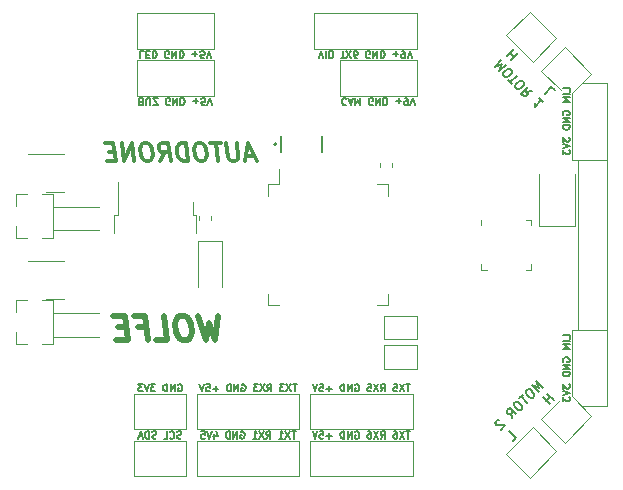
<source format=gbo>
%TF.GenerationSoftware,KiCad,Pcbnew,(5.1.6-0-10_14)*%
%TF.CreationDate,2021-11-15T11:18:40-05:00*%
%TF.ProjectId,Autodrone,4175746f-6472-46f6-9e65-2e6b69636164,rev?*%
%TF.SameCoordinates,Original*%
%TF.FileFunction,Legend,Bot*%
%TF.FilePolarity,Positive*%
%FSLAX46Y46*%
G04 Gerber Fmt 4.6, Leading zero omitted, Abs format (unit mm)*
G04 Created by KiCad (PCBNEW (5.1.6-0-10_14)) date 2021-11-15 11:18:40*
%MOMM*%
%LPD*%
G01*
G04 APERTURE LIST*
%ADD10C,0.120000*%
%ADD11C,0.150000*%
%ADD12C,0.375000*%
%ADD13C,0.500000*%
%ADD14C,0.200000*%
%ADD15C,0.127000*%
G04 APERTURE END LIST*
D10*
X123220387Y-106087797D02*
X121580000Y-104440000D01*
X118949462Y-106342355D02*
X120550000Y-104740000D01*
D11*
X121391428Y-99550000D02*
X121391428Y-99264285D01*
X120791428Y-99264285D01*
X121391428Y-99750000D02*
X120791428Y-99750000D01*
X121391428Y-100035714D02*
X120791428Y-100035714D01*
X121220000Y-100235714D01*
X120791428Y-100435714D01*
X121391428Y-100435714D01*
X120820000Y-101492857D02*
X120791428Y-101435714D01*
X120791428Y-101350000D01*
X120820000Y-101264285D01*
X120877142Y-101207142D01*
X120934285Y-101178571D01*
X121048571Y-101150000D01*
X121134285Y-101150000D01*
X121248571Y-101178571D01*
X121305714Y-101207142D01*
X121362857Y-101264285D01*
X121391428Y-101350000D01*
X121391428Y-101407142D01*
X121362857Y-101492857D01*
X121334285Y-101521428D01*
X121134285Y-101521428D01*
X121134285Y-101407142D01*
X121391428Y-101778571D02*
X120791428Y-101778571D01*
X121391428Y-102121428D01*
X120791428Y-102121428D01*
X121391428Y-102407142D02*
X120791428Y-102407142D01*
X120791428Y-102550000D01*
X120820000Y-102635714D01*
X120877142Y-102692857D01*
X120934285Y-102721428D01*
X121048571Y-102750000D01*
X121134285Y-102750000D01*
X121248571Y-102721428D01*
X121305714Y-102692857D01*
X121362857Y-102635714D01*
X121391428Y-102550000D01*
X121391428Y-102407142D01*
X120791428Y-103407142D02*
X120791428Y-103778571D01*
X121020000Y-103578571D01*
X121020000Y-103664285D01*
X121048571Y-103721428D01*
X121077142Y-103750000D01*
X121134285Y-103778571D01*
X121277142Y-103778571D01*
X121334285Y-103750000D01*
X121362857Y-103721428D01*
X121391428Y-103664285D01*
X121391428Y-103492857D01*
X121362857Y-103435714D01*
X121334285Y-103407142D01*
X120791428Y-103950000D02*
X121391428Y-104150000D01*
X120791428Y-104350000D01*
X120791428Y-104492857D02*
X120791428Y-104864285D01*
X121020000Y-104664285D01*
X121020000Y-104750000D01*
X121048571Y-104807142D01*
X121077142Y-104835714D01*
X121134285Y-104864285D01*
X121277142Y-104864285D01*
X121334285Y-104835714D01*
X121362857Y-104807142D01*
X121391428Y-104750000D01*
X121391428Y-104578571D01*
X121362857Y-104521428D01*
X121334285Y-104492857D01*
D10*
X118949462Y-76857645D02*
X120630000Y-78540000D01*
X123220387Y-77112203D02*
X121580000Y-78760000D01*
D11*
X121391428Y-78650000D02*
X121391428Y-78364285D01*
X120791428Y-78364285D01*
X121391428Y-78850000D02*
X120791428Y-78850000D01*
X121391428Y-79135714D02*
X120791428Y-79135714D01*
X121220000Y-79335714D01*
X120791428Y-79535714D01*
X121391428Y-79535714D01*
X120820000Y-80592857D02*
X120791428Y-80535714D01*
X120791428Y-80450000D01*
X120820000Y-80364285D01*
X120877142Y-80307142D01*
X120934285Y-80278571D01*
X121048571Y-80250000D01*
X121134285Y-80250000D01*
X121248571Y-80278571D01*
X121305714Y-80307142D01*
X121362857Y-80364285D01*
X121391428Y-80450000D01*
X121391428Y-80507142D01*
X121362857Y-80592857D01*
X121334285Y-80621428D01*
X121134285Y-80621428D01*
X121134285Y-80507142D01*
X121391428Y-80878571D02*
X120791428Y-80878571D01*
X121391428Y-81221428D01*
X120791428Y-81221428D01*
X121391428Y-81507142D02*
X120791428Y-81507142D01*
X120791428Y-81650000D01*
X120820000Y-81735714D01*
X120877142Y-81792857D01*
X120934285Y-81821428D01*
X121048571Y-81850000D01*
X121134285Y-81850000D01*
X121248571Y-81821428D01*
X121305714Y-81792857D01*
X121362857Y-81735714D01*
X121391428Y-81650000D01*
X121391428Y-81507142D01*
X120791428Y-82507142D02*
X120791428Y-82878571D01*
X121020000Y-82678571D01*
X121020000Y-82764285D01*
X121048571Y-82821428D01*
X121077142Y-82850000D01*
X121134285Y-82878571D01*
X121277142Y-82878571D01*
X121334285Y-82850000D01*
X121362857Y-82821428D01*
X121391428Y-82764285D01*
X121391428Y-82592857D01*
X121362857Y-82535714D01*
X121334285Y-82507142D01*
X120791428Y-83050000D02*
X121391428Y-83250000D01*
X120791428Y-83450000D01*
X120791428Y-83592857D02*
X120791428Y-83964285D01*
X121020000Y-83764285D01*
X121020000Y-83850000D01*
X121048571Y-83907142D01*
X121077142Y-83935714D01*
X121134285Y-83964285D01*
X121277142Y-83964285D01*
X121334285Y-83935714D01*
X121362857Y-83907142D01*
X121391428Y-83850000D01*
X121391428Y-83678571D01*
X121362857Y-83621428D01*
X121334285Y-83592857D01*
D10*
X124580000Y-77900000D02*
X122440000Y-77900000D01*
X121580000Y-78760000D02*
X121580000Y-84400000D01*
X124580000Y-105300000D02*
X122440000Y-105300000D01*
X121580000Y-98800000D02*
X121580000Y-104440000D01*
D12*
X94678593Y-84070000D02*
X93964308Y-84070000D01*
X94875022Y-84498571D02*
X94187522Y-82998571D01*
X93875022Y-84498571D01*
X93187522Y-82998571D02*
X93339308Y-84212857D01*
X93285736Y-84355714D01*
X93223236Y-84427142D01*
X93089308Y-84498571D01*
X92803593Y-84498571D01*
X92651808Y-84427142D01*
X92571450Y-84355714D01*
X92482165Y-84212857D01*
X92330379Y-82998571D01*
X91830379Y-82998571D02*
X90973236Y-82998571D01*
X91589308Y-84498571D02*
X91401808Y-82998571D01*
X90187522Y-82998571D02*
X89901808Y-82998571D01*
X89767879Y-83070000D01*
X89642879Y-83212857D01*
X89607165Y-83498571D01*
X89669665Y-83998571D01*
X89776808Y-84284285D01*
X89937522Y-84427142D01*
X90089308Y-84498571D01*
X90375022Y-84498571D01*
X90508950Y-84427142D01*
X90633950Y-84284285D01*
X90669665Y-83998571D01*
X90607165Y-83498571D01*
X90500022Y-83212857D01*
X90339308Y-83070000D01*
X90187522Y-82998571D01*
X89089308Y-84498571D02*
X88901808Y-82998571D01*
X88544665Y-82998571D01*
X88339308Y-83070000D01*
X88214308Y-83212857D01*
X88160736Y-83355714D01*
X88125022Y-83641428D01*
X88151808Y-83855714D01*
X88258950Y-84141428D01*
X88348236Y-84284285D01*
X88508950Y-84427142D01*
X88732165Y-84498571D01*
X89089308Y-84498571D01*
X86732165Y-84498571D02*
X87142879Y-83784285D01*
X87589308Y-84498571D02*
X87401808Y-82998571D01*
X86830379Y-82998571D01*
X86696450Y-83070000D01*
X86633950Y-83141428D01*
X86580379Y-83284285D01*
X86607165Y-83498571D01*
X86696450Y-83641428D01*
X86776808Y-83712857D01*
X86928593Y-83784285D01*
X87500022Y-83784285D01*
X85616093Y-82998571D02*
X85330379Y-82998571D01*
X85196450Y-83070000D01*
X85071450Y-83212857D01*
X85035736Y-83498571D01*
X85098236Y-83998571D01*
X85205379Y-84284285D01*
X85366093Y-84427142D01*
X85517879Y-84498571D01*
X85803593Y-84498571D01*
X85937522Y-84427142D01*
X86062522Y-84284285D01*
X86098236Y-83998571D01*
X86035736Y-83498571D01*
X85928593Y-83212857D01*
X85767879Y-83070000D01*
X85616093Y-82998571D01*
X84517879Y-84498571D02*
X84330379Y-82998571D01*
X83660736Y-84498571D01*
X83473236Y-82998571D01*
X82848236Y-83712857D02*
X82348236Y-83712857D01*
X82232165Y-84498571D02*
X82946450Y-84498571D01*
X82758950Y-82998571D01*
X82044665Y-82998571D01*
D13*
X91612410Y-97654761D02*
X91386220Y-99654761D01*
X90826696Y-98226190D01*
X90624315Y-99654761D01*
X89898125Y-97654761D01*
X88755267Y-97654761D02*
X88374315Y-97654761D01*
X88195744Y-97750000D01*
X88029077Y-97940476D01*
X87981458Y-98321428D01*
X88064791Y-98988095D01*
X88207648Y-99369047D01*
X88421934Y-99559523D01*
X88624315Y-99654761D01*
X89005267Y-99654761D01*
X89183839Y-99559523D01*
X89350505Y-99369047D01*
X89398125Y-98988095D01*
X89314791Y-98321428D01*
X89171934Y-97940476D01*
X88957648Y-97750000D01*
X88755267Y-97654761D01*
X86338601Y-99654761D02*
X87290982Y-99654761D01*
X87040982Y-97654761D01*
X84874315Y-98607142D02*
X85540982Y-98607142D01*
X85671934Y-99654761D02*
X85421934Y-97654761D01*
X84469553Y-97654761D01*
X83826696Y-98607142D02*
X83160029Y-98607142D01*
X83005267Y-99654761D02*
X83957648Y-99654761D01*
X83707648Y-97654761D01*
X82755267Y-97654761D01*
D11*
X85328571Y-75188571D02*
X85042857Y-75188571D01*
X85042857Y-75788571D01*
X85528571Y-75502857D02*
X85728571Y-75502857D01*
X85814285Y-75188571D02*
X85528571Y-75188571D01*
X85528571Y-75788571D01*
X85814285Y-75788571D01*
X86071428Y-75188571D02*
X86071428Y-75788571D01*
X86214285Y-75788571D01*
X86300000Y-75760000D01*
X86357142Y-75702857D01*
X86385714Y-75645714D01*
X86414285Y-75531428D01*
X86414285Y-75445714D01*
X86385714Y-75331428D01*
X86357142Y-75274285D01*
X86300000Y-75217142D01*
X86214285Y-75188571D01*
X86071428Y-75188571D01*
X87442857Y-75760000D02*
X87385714Y-75788571D01*
X87300000Y-75788571D01*
X87214285Y-75760000D01*
X87157142Y-75702857D01*
X87128571Y-75645714D01*
X87100000Y-75531428D01*
X87100000Y-75445714D01*
X87128571Y-75331428D01*
X87157142Y-75274285D01*
X87214285Y-75217142D01*
X87300000Y-75188571D01*
X87357142Y-75188571D01*
X87442857Y-75217142D01*
X87471428Y-75245714D01*
X87471428Y-75445714D01*
X87357142Y-75445714D01*
X87728571Y-75188571D02*
X87728571Y-75788571D01*
X88071428Y-75188571D01*
X88071428Y-75788571D01*
X88357142Y-75188571D02*
X88357142Y-75788571D01*
X88500000Y-75788571D01*
X88585714Y-75760000D01*
X88642857Y-75702857D01*
X88671428Y-75645714D01*
X88700000Y-75531428D01*
X88700000Y-75445714D01*
X88671428Y-75331428D01*
X88642857Y-75274285D01*
X88585714Y-75217142D01*
X88500000Y-75188571D01*
X88357142Y-75188571D01*
X89414285Y-75417142D02*
X89871428Y-75417142D01*
X89642857Y-75188571D02*
X89642857Y-75645714D01*
X90442857Y-75788571D02*
X90157142Y-75788571D01*
X90128571Y-75502857D01*
X90157142Y-75531428D01*
X90214285Y-75560000D01*
X90357142Y-75560000D01*
X90414285Y-75531428D01*
X90442857Y-75502857D01*
X90471428Y-75445714D01*
X90471428Y-75302857D01*
X90442857Y-75245714D01*
X90414285Y-75217142D01*
X90357142Y-75188571D01*
X90214285Y-75188571D01*
X90157142Y-75217142D01*
X90128571Y-75245714D01*
X90642857Y-75788571D02*
X90842857Y-75188571D01*
X91042857Y-75788571D01*
X85147142Y-79502857D02*
X85232857Y-79474285D01*
X85261428Y-79445714D01*
X85290000Y-79388571D01*
X85290000Y-79302857D01*
X85261428Y-79245714D01*
X85232857Y-79217142D01*
X85175714Y-79188571D01*
X84947142Y-79188571D01*
X84947142Y-79788571D01*
X85147142Y-79788571D01*
X85204285Y-79760000D01*
X85232857Y-79731428D01*
X85261428Y-79674285D01*
X85261428Y-79617142D01*
X85232857Y-79560000D01*
X85204285Y-79531428D01*
X85147142Y-79502857D01*
X84947142Y-79502857D01*
X85547142Y-79788571D02*
X85547142Y-79302857D01*
X85575714Y-79245714D01*
X85604285Y-79217142D01*
X85661428Y-79188571D01*
X85775714Y-79188571D01*
X85832857Y-79217142D01*
X85861428Y-79245714D01*
X85890000Y-79302857D01*
X85890000Y-79788571D01*
X86118571Y-79788571D02*
X86518571Y-79788571D01*
X86118571Y-79188571D01*
X86518571Y-79188571D01*
X87518571Y-79760000D02*
X87461428Y-79788571D01*
X87375714Y-79788571D01*
X87290000Y-79760000D01*
X87232857Y-79702857D01*
X87204285Y-79645714D01*
X87175714Y-79531428D01*
X87175714Y-79445714D01*
X87204285Y-79331428D01*
X87232857Y-79274285D01*
X87290000Y-79217142D01*
X87375714Y-79188571D01*
X87432857Y-79188571D01*
X87518571Y-79217142D01*
X87547142Y-79245714D01*
X87547142Y-79445714D01*
X87432857Y-79445714D01*
X87804285Y-79188571D02*
X87804285Y-79788571D01*
X88147142Y-79188571D01*
X88147142Y-79788571D01*
X88432857Y-79188571D02*
X88432857Y-79788571D01*
X88575714Y-79788571D01*
X88661428Y-79760000D01*
X88718571Y-79702857D01*
X88747142Y-79645714D01*
X88775714Y-79531428D01*
X88775714Y-79445714D01*
X88747142Y-79331428D01*
X88718571Y-79274285D01*
X88661428Y-79217142D01*
X88575714Y-79188571D01*
X88432857Y-79188571D01*
X89490000Y-79417142D02*
X89947142Y-79417142D01*
X89718571Y-79188571D02*
X89718571Y-79645714D01*
X90518571Y-79788571D02*
X90232857Y-79788571D01*
X90204285Y-79502857D01*
X90232857Y-79531428D01*
X90290000Y-79560000D01*
X90432857Y-79560000D01*
X90490000Y-79531428D01*
X90518571Y-79502857D01*
X90547142Y-79445714D01*
X90547142Y-79302857D01*
X90518571Y-79245714D01*
X90490000Y-79217142D01*
X90432857Y-79188571D01*
X90290000Y-79188571D01*
X90232857Y-79217142D01*
X90204285Y-79245714D01*
X90718571Y-79788571D02*
X90918571Y-79188571D01*
X91118571Y-79788571D01*
X100142857Y-75788571D02*
X100342857Y-75188571D01*
X100542857Y-75788571D01*
X100742857Y-75188571D02*
X100742857Y-75788571D01*
X101028571Y-75188571D02*
X101028571Y-75788571D01*
X101171428Y-75788571D01*
X101257142Y-75760000D01*
X101314285Y-75702857D01*
X101342857Y-75645714D01*
X101371428Y-75531428D01*
X101371428Y-75445714D01*
X101342857Y-75331428D01*
X101314285Y-75274285D01*
X101257142Y-75217142D01*
X101171428Y-75188571D01*
X101028571Y-75188571D01*
X102000000Y-75788571D02*
X102342857Y-75788571D01*
X102171428Y-75188571D02*
X102171428Y-75788571D01*
X102485714Y-75788571D02*
X102885714Y-75188571D01*
X102885714Y-75788571D02*
X102485714Y-75188571D01*
X103371428Y-75788571D02*
X103257142Y-75788571D01*
X103200000Y-75760000D01*
X103171428Y-75731428D01*
X103114285Y-75645714D01*
X103085714Y-75531428D01*
X103085714Y-75302857D01*
X103114285Y-75245714D01*
X103142857Y-75217142D01*
X103200000Y-75188571D01*
X103314285Y-75188571D01*
X103371428Y-75217142D01*
X103400000Y-75245714D01*
X103428571Y-75302857D01*
X103428571Y-75445714D01*
X103400000Y-75502857D01*
X103371428Y-75531428D01*
X103314285Y-75560000D01*
X103200000Y-75560000D01*
X103142857Y-75531428D01*
X103114285Y-75502857D01*
X103085714Y-75445714D01*
X104457142Y-75760000D02*
X104400000Y-75788571D01*
X104314285Y-75788571D01*
X104228571Y-75760000D01*
X104171428Y-75702857D01*
X104142857Y-75645714D01*
X104114285Y-75531428D01*
X104114285Y-75445714D01*
X104142857Y-75331428D01*
X104171428Y-75274285D01*
X104228571Y-75217142D01*
X104314285Y-75188571D01*
X104371428Y-75188571D01*
X104457142Y-75217142D01*
X104485714Y-75245714D01*
X104485714Y-75445714D01*
X104371428Y-75445714D01*
X104742857Y-75188571D02*
X104742857Y-75788571D01*
X105085714Y-75188571D01*
X105085714Y-75788571D01*
X105371428Y-75188571D02*
X105371428Y-75788571D01*
X105514285Y-75788571D01*
X105600000Y-75760000D01*
X105657142Y-75702857D01*
X105685714Y-75645714D01*
X105714285Y-75531428D01*
X105714285Y-75445714D01*
X105685714Y-75331428D01*
X105657142Y-75274285D01*
X105600000Y-75217142D01*
X105514285Y-75188571D01*
X105371428Y-75188571D01*
X106428571Y-75417142D02*
X106885714Y-75417142D01*
X106657142Y-75188571D02*
X106657142Y-75645714D01*
X107200000Y-75188571D02*
X107314285Y-75188571D01*
X107371428Y-75217142D01*
X107400000Y-75245714D01*
X107457142Y-75331428D01*
X107485714Y-75445714D01*
X107485714Y-75674285D01*
X107457142Y-75731428D01*
X107428571Y-75760000D01*
X107371428Y-75788571D01*
X107257142Y-75788571D01*
X107200000Y-75760000D01*
X107171428Y-75731428D01*
X107142857Y-75674285D01*
X107142857Y-75531428D01*
X107171428Y-75474285D01*
X107200000Y-75445714D01*
X107257142Y-75417142D01*
X107371428Y-75417142D01*
X107428571Y-75445714D01*
X107457142Y-75474285D01*
X107485714Y-75531428D01*
X107657142Y-75788571D02*
X107857142Y-75188571D01*
X108057142Y-75788571D01*
X102470000Y-79245714D02*
X102441428Y-79217142D01*
X102355714Y-79188571D01*
X102298571Y-79188571D01*
X102212857Y-79217142D01*
X102155714Y-79274285D01*
X102127142Y-79331428D01*
X102098571Y-79445714D01*
X102098571Y-79531428D01*
X102127142Y-79645714D01*
X102155714Y-79702857D01*
X102212857Y-79760000D01*
X102298571Y-79788571D01*
X102355714Y-79788571D01*
X102441428Y-79760000D01*
X102470000Y-79731428D01*
X102698571Y-79360000D02*
X102984285Y-79360000D01*
X102641428Y-79188571D02*
X102841428Y-79788571D01*
X103041428Y-79188571D01*
X103241428Y-79188571D02*
X103241428Y-79788571D01*
X103441428Y-79360000D01*
X103641428Y-79788571D01*
X103641428Y-79188571D01*
X104698571Y-79760000D02*
X104641428Y-79788571D01*
X104555714Y-79788571D01*
X104470000Y-79760000D01*
X104412857Y-79702857D01*
X104384285Y-79645714D01*
X104355714Y-79531428D01*
X104355714Y-79445714D01*
X104384285Y-79331428D01*
X104412857Y-79274285D01*
X104470000Y-79217142D01*
X104555714Y-79188571D01*
X104612857Y-79188571D01*
X104698571Y-79217142D01*
X104727142Y-79245714D01*
X104727142Y-79445714D01*
X104612857Y-79445714D01*
X104984285Y-79188571D02*
X104984285Y-79788571D01*
X105327142Y-79188571D01*
X105327142Y-79788571D01*
X105612857Y-79188571D02*
X105612857Y-79788571D01*
X105755714Y-79788571D01*
X105841428Y-79760000D01*
X105898571Y-79702857D01*
X105927142Y-79645714D01*
X105955714Y-79531428D01*
X105955714Y-79445714D01*
X105927142Y-79331428D01*
X105898571Y-79274285D01*
X105841428Y-79217142D01*
X105755714Y-79188571D01*
X105612857Y-79188571D01*
X106670000Y-79417142D02*
X107127142Y-79417142D01*
X106898571Y-79188571D02*
X106898571Y-79645714D01*
X107441428Y-79188571D02*
X107555714Y-79188571D01*
X107612857Y-79217142D01*
X107641428Y-79245714D01*
X107698571Y-79331428D01*
X107727142Y-79445714D01*
X107727142Y-79674285D01*
X107698571Y-79731428D01*
X107670000Y-79760000D01*
X107612857Y-79788571D01*
X107498571Y-79788571D01*
X107441428Y-79760000D01*
X107412857Y-79731428D01*
X107384285Y-79674285D01*
X107384285Y-79531428D01*
X107412857Y-79474285D01*
X107441428Y-79445714D01*
X107498571Y-79417142D01*
X107612857Y-79417142D01*
X107670000Y-79445714D01*
X107698571Y-79474285D01*
X107727142Y-79531428D01*
X107898571Y-79788571D02*
X108098571Y-79188571D01*
X108298571Y-79788571D01*
D14*
X115596530Y-75974669D02*
X115030845Y-76540355D01*
X115623467Y-76324856D01*
X115407968Y-76917478D01*
X115973654Y-76351793D01*
X115785092Y-77294602D02*
X115892841Y-77402352D01*
X115973654Y-77429289D01*
X116081403Y-77429289D01*
X116216090Y-77348477D01*
X116404652Y-77159915D01*
X116485464Y-77025228D01*
X116485464Y-76917478D01*
X116458527Y-76836666D01*
X116350777Y-76728917D01*
X116269965Y-76701979D01*
X116162215Y-76701979D01*
X116027528Y-76782791D01*
X115838967Y-76971353D01*
X115758154Y-77106040D01*
X115758154Y-77213790D01*
X115785092Y-77294602D01*
X116189153Y-77698663D02*
X116512402Y-78021912D01*
X116916463Y-77294602D02*
X116350777Y-77860287D01*
X116808713Y-78318223D02*
X116916463Y-78425973D01*
X116997275Y-78452910D01*
X117105025Y-78452910D01*
X117239712Y-78372098D01*
X117428273Y-78183536D01*
X117509086Y-78048849D01*
X117509086Y-77941100D01*
X117482148Y-77860287D01*
X117374399Y-77752538D01*
X117293586Y-77725600D01*
X117185837Y-77725600D01*
X117051150Y-77806413D01*
X116862588Y-77994975D01*
X116781776Y-78129662D01*
X116781776Y-78237411D01*
X116808713Y-78318223D01*
X118182521Y-78560660D02*
X117724585Y-78641472D01*
X117859272Y-78237411D02*
X117293586Y-78803097D01*
X117509086Y-79018596D01*
X117589898Y-79045533D01*
X117643773Y-79045533D01*
X117724585Y-79018596D01*
X117805397Y-78937784D01*
X117832334Y-78856971D01*
X117832334Y-78803097D01*
X117805397Y-78722284D01*
X117589898Y-78506785D01*
X119152267Y-79530406D02*
X118829018Y-79207158D01*
X118990643Y-79368782D02*
X118424957Y-79934467D01*
X118451895Y-79799780D01*
X118451895Y-79692031D01*
X118424957Y-79611219D01*
X116667291Y-75065533D02*
X116101606Y-75631218D01*
X116370980Y-75361844D02*
X116694229Y-75685093D01*
X116990540Y-75388781D02*
X116424855Y-75954467D01*
X120115279Y-78513520D02*
X119845905Y-78244146D01*
X119280219Y-78809831D01*
X119125330Y-103696530D02*
X118559644Y-103130845D01*
X118775143Y-103723467D01*
X118182521Y-103507968D01*
X118748206Y-104073654D01*
X117805397Y-103885092D02*
X117697647Y-103992841D01*
X117670710Y-104073654D01*
X117670710Y-104181403D01*
X117751522Y-104316090D01*
X117940084Y-104504652D01*
X118074771Y-104585464D01*
X118182521Y-104585464D01*
X118263333Y-104558527D01*
X118371082Y-104450777D01*
X118398020Y-104369965D01*
X118398020Y-104262215D01*
X118317208Y-104127528D01*
X118128646Y-103938967D01*
X117993959Y-103858154D01*
X117886209Y-103858154D01*
X117805397Y-103885092D01*
X117401336Y-104289153D02*
X117078087Y-104612402D01*
X117805397Y-105016463D02*
X117239712Y-104450777D01*
X116781776Y-104908713D02*
X116674026Y-105016463D01*
X116647089Y-105097275D01*
X116647089Y-105205025D01*
X116727901Y-105339712D01*
X116916463Y-105528273D01*
X117051150Y-105609086D01*
X117158899Y-105609086D01*
X117239712Y-105582148D01*
X117347461Y-105474399D01*
X117374399Y-105393586D01*
X117374399Y-105285837D01*
X117293586Y-105151150D01*
X117105025Y-104962588D01*
X116970337Y-104881776D01*
X116862588Y-104881776D01*
X116781776Y-104908713D01*
X116539339Y-106282521D02*
X116458527Y-105824585D01*
X116862588Y-105959272D02*
X116296902Y-105393586D01*
X116081403Y-105609086D01*
X116054466Y-105689898D01*
X116054466Y-105743773D01*
X116081403Y-105824585D01*
X116162215Y-105905397D01*
X116243028Y-105932334D01*
X116296902Y-105932334D01*
X116377715Y-105905397D01*
X116593214Y-105689898D01*
X115381031Y-106417208D02*
X115327156Y-106417208D01*
X115246344Y-106444145D01*
X115111657Y-106578832D01*
X115084719Y-106659644D01*
X115084719Y-106713519D01*
X115111657Y-106794331D01*
X115165532Y-106848206D01*
X115273281Y-106902081D01*
X115919779Y-106902081D01*
X115569593Y-107252267D01*
X120034466Y-104767291D02*
X119468781Y-104201606D01*
X119738155Y-104470980D02*
X119414906Y-104794229D01*
X119711218Y-105090540D02*
X119145532Y-104524855D01*
X116586479Y-108215279D02*
X116855853Y-107945905D01*
X116290168Y-107380219D01*
D11*
X107878571Y-103411428D02*
X107535714Y-103411428D01*
X107707142Y-104011428D02*
X107707142Y-103411428D01*
X107392857Y-103411428D02*
X106992857Y-104011428D01*
X106992857Y-103411428D02*
X107392857Y-104011428D01*
X106478571Y-103411428D02*
X106764285Y-103411428D01*
X106792857Y-103697142D01*
X106764285Y-103668571D01*
X106707142Y-103640000D01*
X106564285Y-103640000D01*
X106507142Y-103668571D01*
X106478571Y-103697142D01*
X106450000Y-103754285D01*
X106450000Y-103897142D01*
X106478571Y-103954285D01*
X106507142Y-103982857D01*
X106564285Y-104011428D01*
X106707142Y-104011428D01*
X106764285Y-103982857D01*
X106792857Y-103954285D01*
X105392857Y-104011428D02*
X105592857Y-103725714D01*
X105735714Y-104011428D02*
X105735714Y-103411428D01*
X105507142Y-103411428D01*
X105450000Y-103440000D01*
X105421428Y-103468571D01*
X105392857Y-103525714D01*
X105392857Y-103611428D01*
X105421428Y-103668571D01*
X105450000Y-103697142D01*
X105507142Y-103725714D01*
X105735714Y-103725714D01*
X105192857Y-103411428D02*
X104792857Y-104011428D01*
X104792857Y-103411428D02*
X105192857Y-104011428D01*
X104278571Y-103411428D02*
X104564285Y-103411428D01*
X104592857Y-103697142D01*
X104564285Y-103668571D01*
X104507142Y-103640000D01*
X104364285Y-103640000D01*
X104307142Y-103668571D01*
X104278571Y-103697142D01*
X104250000Y-103754285D01*
X104250000Y-103897142D01*
X104278571Y-103954285D01*
X104307142Y-103982857D01*
X104364285Y-104011428D01*
X104507142Y-104011428D01*
X104564285Y-103982857D01*
X104592857Y-103954285D01*
X103221428Y-103440000D02*
X103278571Y-103411428D01*
X103364285Y-103411428D01*
X103450000Y-103440000D01*
X103507142Y-103497142D01*
X103535714Y-103554285D01*
X103564285Y-103668571D01*
X103564285Y-103754285D01*
X103535714Y-103868571D01*
X103507142Y-103925714D01*
X103450000Y-103982857D01*
X103364285Y-104011428D01*
X103307142Y-104011428D01*
X103221428Y-103982857D01*
X103192857Y-103954285D01*
X103192857Y-103754285D01*
X103307142Y-103754285D01*
X102935714Y-104011428D02*
X102935714Y-103411428D01*
X102592857Y-104011428D01*
X102592857Y-103411428D01*
X102307142Y-104011428D02*
X102307142Y-103411428D01*
X102164285Y-103411428D01*
X102078571Y-103440000D01*
X102021428Y-103497142D01*
X101992857Y-103554285D01*
X101964285Y-103668571D01*
X101964285Y-103754285D01*
X101992857Y-103868571D01*
X102021428Y-103925714D01*
X102078571Y-103982857D01*
X102164285Y-104011428D01*
X102307142Y-104011428D01*
X101250000Y-103782857D02*
X100792857Y-103782857D01*
X101021428Y-104011428D02*
X101021428Y-103554285D01*
X100221428Y-103411428D02*
X100507142Y-103411428D01*
X100535714Y-103697142D01*
X100507142Y-103668571D01*
X100450000Y-103640000D01*
X100307142Y-103640000D01*
X100250000Y-103668571D01*
X100221428Y-103697142D01*
X100192857Y-103754285D01*
X100192857Y-103897142D01*
X100221428Y-103954285D01*
X100250000Y-103982857D01*
X100307142Y-104011428D01*
X100450000Y-104011428D01*
X100507142Y-103982857D01*
X100535714Y-103954285D01*
X100021428Y-103411428D02*
X99821428Y-104011428D01*
X99621428Y-103411428D01*
X107878571Y-107411428D02*
X107535714Y-107411428D01*
X107707142Y-108011428D02*
X107707142Y-107411428D01*
X107392857Y-107411428D02*
X106992857Y-108011428D01*
X106992857Y-107411428D02*
X107392857Y-108011428D01*
X106507142Y-107411428D02*
X106621428Y-107411428D01*
X106678571Y-107440000D01*
X106707142Y-107468571D01*
X106764285Y-107554285D01*
X106792857Y-107668571D01*
X106792857Y-107897142D01*
X106764285Y-107954285D01*
X106735714Y-107982857D01*
X106678571Y-108011428D01*
X106564285Y-108011428D01*
X106507142Y-107982857D01*
X106478571Y-107954285D01*
X106450000Y-107897142D01*
X106450000Y-107754285D01*
X106478571Y-107697142D01*
X106507142Y-107668571D01*
X106564285Y-107640000D01*
X106678571Y-107640000D01*
X106735714Y-107668571D01*
X106764285Y-107697142D01*
X106792857Y-107754285D01*
X105392857Y-108011428D02*
X105592857Y-107725714D01*
X105735714Y-108011428D02*
X105735714Y-107411428D01*
X105507142Y-107411428D01*
X105450000Y-107440000D01*
X105421428Y-107468571D01*
X105392857Y-107525714D01*
X105392857Y-107611428D01*
X105421428Y-107668571D01*
X105450000Y-107697142D01*
X105507142Y-107725714D01*
X105735714Y-107725714D01*
X105192857Y-107411428D02*
X104792857Y-108011428D01*
X104792857Y-107411428D02*
X105192857Y-108011428D01*
X104307142Y-107411428D02*
X104421428Y-107411428D01*
X104478571Y-107440000D01*
X104507142Y-107468571D01*
X104564285Y-107554285D01*
X104592857Y-107668571D01*
X104592857Y-107897142D01*
X104564285Y-107954285D01*
X104535714Y-107982857D01*
X104478571Y-108011428D01*
X104364285Y-108011428D01*
X104307142Y-107982857D01*
X104278571Y-107954285D01*
X104250000Y-107897142D01*
X104250000Y-107754285D01*
X104278571Y-107697142D01*
X104307142Y-107668571D01*
X104364285Y-107640000D01*
X104478571Y-107640000D01*
X104535714Y-107668571D01*
X104564285Y-107697142D01*
X104592857Y-107754285D01*
X103221428Y-107440000D02*
X103278571Y-107411428D01*
X103364285Y-107411428D01*
X103450000Y-107440000D01*
X103507142Y-107497142D01*
X103535714Y-107554285D01*
X103564285Y-107668571D01*
X103564285Y-107754285D01*
X103535714Y-107868571D01*
X103507142Y-107925714D01*
X103450000Y-107982857D01*
X103364285Y-108011428D01*
X103307142Y-108011428D01*
X103221428Y-107982857D01*
X103192857Y-107954285D01*
X103192857Y-107754285D01*
X103307142Y-107754285D01*
X102935714Y-108011428D02*
X102935714Y-107411428D01*
X102592857Y-108011428D01*
X102592857Y-107411428D01*
X102307142Y-108011428D02*
X102307142Y-107411428D01*
X102164285Y-107411428D01*
X102078571Y-107440000D01*
X102021428Y-107497142D01*
X101992857Y-107554285D01*
X101964285Y-107668571D01*
X101964285Y-107754285D01*
X101992857Y-107868571D01*
X102021428Y-107925714D01*
X102078571Y-107982857D01*
X102164285Y-108011428D01*
X102307142Y-108011428D01*
X101250000Y-107782857D02*
X100792857Y-107782857D01*
X101021428Y-108011428D02*
X101021428Y-107554285D01*
X100221428Y-107411428D02*
X100507142Y-107411428D01*
X100535714Y-107697142D01*
X100507142Y-107668571D01*
X100450000Y-107640000D01*
X100307142Y-107640000D01*
X100250000Y-107668571D01*
X100221428Y-107697142D01*
X100192857Y-107754285D01*
X100192857Y-107897142D01*
X100221428Y-107954285D01*
X100250000Y-107982857D01*
X100307142Y-108011428D01*
X100450000Y-108011428D01*
X100507142Y-107982857D01*
X100535714Y-107954285D01*
X100021428Y-107411428D02*
X99821428Y-108011428D01*
X99621428Y-107411428D01*
X88495714Y-107982857D02*
X88410000Y-108011428D01*
X88267142Y-108011428D01*
X88210000Y-107982857D01*
X88181428Y-107954285D01*
X88152857Y-107897142D01*
X88152857Y-107840000D01*
X88181428Y-107782857D01*
X88210000Y-107754285D01*
X88267142Y-107725714D01*
X88381428Y-107697142D01*
X88438571Y-107668571D01*
X88467142Y-107640000D01*
X88495714Y-107582857D01*
X88495714Y-107525714D01*
X88467142Y-107468571D01*
X88438571Y-107440000D01*
X88381428Y-107411428D01*
X88238571Y-107411428D01*
X88152857Y-107440000D01*
X87552857Y-107954285D02*
X87581428Y-107982857D01*
X87667142Y-108011428D01*
X87724285Y-108011428D01*
X87810000Y-107982857D01*
X87867142Y-107925714D01*
X87895714Y-107868571D01*
X87924285Y-107754285D01*
X87924285Y-107668571D01*
X87895714Y-107554285D01*
X87867142Y-107497142D01*
X87810000Y-107440000D01*
X87724285Y-107411428D01*
X87667142Y-107411428D01*
X87581428Y-107440000D01*
X87552857Y-107468571D01*
X87010000Y-108011428D02*
X87295714Y-108011428D01*
X87295714Y-107411428D01*
X86381428Y-107982857D02*
X86295714Y-108011428D01*
X86152857Y-108011428D01*
X86095714Y-107982857D01*
X86067142Y-107954285D01*
X86038571Y-107897142D01*
X86038571Y-107840000D01*
X86067142Y-107782857D01*
X86095714Y-107754285D01*
X86152857Y-107725714D01*
X86267142Y-107697142D01*
X86324285Y-107668571D01*
X86352857Y-107640000D01*
X86381428Y-107582857D01*
X86381428Y-107525714D01*
X86352857Y-107468571D01*
X86324285Y-107440000D01*
X86267142Y-107411428D01*
X86124285Y-107411428D01*
X86038571Y-107440000D01*
X85781428Y-108011428D02*
X85781428Y-107411428D01*
X85638571Y-107411428D01*
X85552857Y-107440000D01*
X85495714Y-107497142D01*
X85467142Y-107554285D01*
X85438571Y-107668571D01*
X85438571Y-107754285D01*
X85467142Y-107868571D01*
X85495714Y-107925714D01*
X85552857Y-107982857D01*
X85638571Y-108011428D01*
X85781428Y-108011428D01*
X85210000Y-107840000D02*
X84924285Y-107840000D01*
X85267142Y-108011428D02*
X85067142Y-107411428D01*
X84867142Y-108011428D01*
X98192857Y-107411428D02*
X97850000Y-107411428D01*
X98021428Y-108011428D02*
X98021428Y-107411428D01*
X97707142Y-107411428D02*
X97307142Y-108011428D01*
X97307142Y-107411428D02*
X97707142Y-108011428D01*
X96764285Y-108011428D02*
X97107142Y-108011428D01*
X96935714Y-108011428D02*
X96935714Y-107411428D01*
X96992857Y-107497142D01*
X97050000Y-107554285D01*
X97107142Y-107582857D01*
X95707142Y-108011428D02*
X95907142Y-107725714D01*
X96050000Y-108011428D02*
X96050000Y-107411428D01*
X95821428Y-107411428D01*
X95764285Y-107440000D01*
X95735714Y-107468571D01*
X95707142Y-107525714D01*
X95707142Y-107611428D01*
X95735714Y-107668571D01*
X95764285Y-107697142D01*
X95821428Y-107725714D01*
X96050000Y-107725714D01*
X95507142Y-107411428D02*
X95107142Y-108011428D01*
X95107142Y-107411428D02*
X95507142Y-108011428D01*
X94564285Y-108011428D02*
X94907142Y-108011428D01*
X94735714Y-108011428D02*
X94735714Y-107411428D01*
X94792857Y-107497142D01*
X94850000Y-107554285D01*
X94907142Y-107582857D01*
X93535714Y-107440000D02*
X93592857Y-107411428D01*
X93678571Y-107411428D01*
X93764285Y-107440000D01*
X93821428Y-107497142D01*
X93850000Y-107554285D01*
X93878571Y-107668571D01*
X93878571Y-107754285D01*
X93850000Y-107868571D01*
X93821428Y-107925714D01*
X93764285Y-107982857D01*
X93678571Y-108011428D01*
X93621428Y-108011428D01*
X93535714Y-107982857D01*
X93507142Y-107954285D01*
X93507142Y-107754285D01*
X93621428Y-107754285D01*
X93250000Y-108011428D02*
X93250000Y-107411428D01*
X92907142Y-108011428D01*
X92907142Y-107411428D01*
X92621428Y-108011428D02*
X92621428Y-107411428D01*
X92478571Y-107411428D01*
X92392857Y-107440000D01*
X92335714Y-107497142D01*
X92307142Y-107554285D01*
X92278571Y-107668571D01*
X92278571Y-107754285D01*
X92307142Y-107868571D01*
X92335714Y-107925714D01*
X92392857Y-107982857D01*
X92478571Y-108011428D01*
X92621428Y-108011428D01*
X91307142Y-107611428D02*
X91307142Y-108011428D01*
X91450000Y-107382857D02*
X91592857Y-107811428D01*
X91221428Y-107811428D01*
X91078571Y-107411428D02*
X90878571Y-108011428D01*
X90678571Y-107411428D01*
X90192857Y-107411428D02*
X90478571Y-107411428D01*
X90507142Y-107697142D01*
X90478571Y-107668571D01*
X90421428Y-107640000D01*
X90278571Y-107640000D01*
X90221428Y-107668571D01*
X90192857Y-107697142D01*
X90164285Y-107754285D01*
X90164285Y-107897142D01*
X90192857Y-107954285D01*
X90221428Y-107982857D01*
X90278571Y-108011428D01*
X90421428Y-108011428D01*
X90478571Y-107982857D01*
X90507142Y-107954285D01*
X98278571Y-103411428D02*
X97935714Y-103411428D01*
X98107142Y-104011428D02*
X98107142Y-103411428D01*
X97792857Y-103411428D02*
X97392857Y-104011428D01*
X97392857Y-103411428D02*
X97792857Y-104011428D01*
X97221428Y-103411428D02*
X96850000Y-103411428D01*
X97050000Y-103640000D01*
X96964285Y-103640000D01*
X96907142Y-103668571D01*
X96878571Y-103697142D01*
X96850000Y-103754285D01*
X96850000Y-103897142D01*
X96878571Y-103954285D01*
X96907142Y-103982857D01*
X96964285Y-104011428D01*
X97135714Y-104011428D01*
X97192857Y-103982857D01*
X97221428Y-103954285D01*
X95792857Y-104011428D02*
X95992857Y-103725714D01*
X96135714Y-104011428D02*
X96135714Y-103411428D01*
X95907142Y-103411428D01*
X95850000Y-103440000D01*
X95821428Y-103468571D01*
X95792857Y-103525714D01*
X95792857Y-103611428D01*
X95821428Y-103668571D01*
X95850000Y-103697142D01*
X95907142Y-103725714D01*
X96135714Y-103725714D01*
X95592857Y-103411428D02*
X95192857Y-104011428D01*
X95192857Y-103411428D02*
X95592857Y-104011428D01*
X95021428Y-103411428D02*
X94650000Y-103411428D01*
X94850000Y-103640000D01*
X94764285Y-103640000D01*
X94707142Y-103668571D01*
X94678571Y-103697142D01*
X94650000Y-103754285D01*
X94650000Y-103897142D01*
X94678571Y-103954285D01*
X94707142Y-103982857D01*
X94764285Y-104011428D01*
X94935714Y-104011428D01*
X94992857Y-103982857D01*
X95021428Y-103954285D01*
X93621428Y-103440000D02*
X93678571Y-103411428D01*
X93764285Y-103411428D01*
X93850000Y-103440000D01*
X93907142Y-103497142D01*
X93935714Y-103554285D01*
X93964285Y-103668571D01*
X93964285Y-103754285D01*
X93935714Y-103868571D01*
X93907142Y-103925714D01*
X93850000Y-103982857D01*
X93764285Y-104011428D01*
X93707142Y-104011428D01*
X93621428Y-103982857D01*
X93592857Y-103954285D01*
X93592857Y-103754285D01*
X93707142Y-103754285D01*
X93335714Y-104011428D02*
X93335714Y-103411428D01*
X92992857Y-104011428D01*
X92992857Y-103411428D01*
X92707142Y-104011428D02*
X92707142Y-103411428D01*
X92564285Y-103411428D01*
X92478571Y-103440000D01*
X92421428Y-103497142D01*
X92392857Y-103554285D01*
X92364285Y-103668571D01*
X92364285Y-103754285D01*
X92392857Y-103868571D01*
X92421428Y-103925714D01*
X92478571Y-103982857D01*
X92564285Y-104011428D01*
X92707142Y-104011428D01*
X91650000Y-103782857D02*
X91192857Y-103782857D01*
X91421428Y-104011428D02*
X91421428Y-103554285D01*
X90621428Y-103411428D02*
X90907142Y-103411428D01*
X90935714Y-103697142D01*
X90907142Y-103668571D01*
X90850000Y-103640000D01*
X90707142Y-103640000D01*
X90650000Y-103668571D01*
X90621428Y-103697142D01*
X90592857Y-103754285D01*
X90592857Y-103897142D01*
X90621428Y-103954285D01*
X90650000Y-103982857D01*
X90707142Y-104011428D01*
X90850000Y-104011428D01*
X90907142Y-103982857D01*
X90935714Y-103954285D01*
X90421428Y-103411428D02*
X90221428Y-104011428D01*
X90021428Y-103411428D01*
X88224285Y-103440000D02*
X88281428Y-103411428D01*
X88367142Y-103411428D01*
X88452857Y-103440000D01*
X88510000Y-103497142D01*
X88538571Y-103554285D01*
X88567142Y-103668571D01*
X88567142Y-103754285D01*
X88538571Y-103868571D01*
X88510000Y-103925714D01*
X88452857Y-103982857D01*
X88367142Y-104011428D01*
X88310000Y-104011428D01*
X88224285Y-103982857D01*
X88195714Y-103954285D01*
X88195714Y-103754285D01*
X88310000Y-103754285D01*
X87938571Y-104011428D02*
X87938571Y-103411428D01*
X87595714Y-104011428D01*
X87595714Y-103411428D01*
X87310000Y-104011428D02*
X87310000Y-103411428D01*
X87167142Y-103411428D01*
X87081428Y-103440000D01*
X87024285Y-103497142D01*
X86995714Y-103554285D01*
X86967142Y-103668571D01*
X86967142Y-103754285D01*
X86995714Y-103868571D01*
X87024285Y-103925714D01*
X87081428Y-103982857D01*
X87167142Y-104011428D01*
X87310000Y-104011428D01*
X86310000Y-103411428D02*
X85938571Y-103411428D01*
X86138571Y-103640000D01*
X86052857Y-103640000D01*
X85995714Y-103668571D01*
X85967142Y-103697142D01*
X85938571Y-103754285D01*
X85938571Y-103897142D01*
X85967142Y-103954285D01*
X85995714Y-103982857D01*
X86052857Y-104011428D01*
X86224285Y-104011428D01*
X86281428Y-103982857D01*
X86310000Y-103954285D01*
X85767142Y-103411428D02*
X85567142Y-104011428D01*
X85367142Y-103411428D01*
X85224285Y-103411428D02*
X84852857Y-103411428D01*
X85052857Y-103640000D01*
X84967142Y-103640000D01*
X84910000Y-103668571D01*
X84881428Y-103697142D01*
X84852857Y-103754285D01*
X84852857Y-103897142D01*
X84881428Y-103954285D01*
X84910000Y-103982857D01*
X84967142Y-104011428D01*
X85138571Y-104011428D01*
X85195714Y-103982857D01*
X85224285Y-103954285D01*
D10*
%TO.C,J11*%
X120250538Y-74142355D02*
X117987797Y-71879613D01*
X120250538Y-74142355D02*
X118242355Y-76150538D01*
X117987797Y-71879613D02*
X115979613Y-73887797D01*
X118242355Y-76150538D02*
X115979613Y-73887797D01*
X123220387Y-77112203D02*
X120957645Y-74849462D01*
X120957645Y-74849462D02*
X118949462Y-76857645D01*
%TO.C,J14*%
X120957645Y-108350538D02*
X123220387Y-106087797D01*
X120957645Y-108350538D02*
X118949462Y-106342355D01*
X115979613Y-109312203D02*
X118242355Y-107049462D01*
X117987797Y-111320387D02*
X120250538Y-109057645D01*
X120250538Y-109057645D02*
X118242355Y-107049462D01*
X117987797Y-111320387D02*
X115979613Y-109312203D01*
%TO.C,J17*%
X124580000Y-98800000D02*
X124580000Y-105300000D01*
X121580000Y-98800000D02*
X124580000Y-98800000D01*
%TO.C,J13*%
X124580000Y-84400000D02*
X124580000Y-77900000D01*
X121580000Y-84400000D02*
X124580000Y-84400000D01*
%TO.C,D3*%
X89910000Y-91310000D02*
X89910000Y-95160000D01*
X91910000Y-91310000D02*
X91910000Y-95160000D01*
X89910000Y-91310000D02*
X91910000Y-91310000D01*
%TO.C,C24*%
X118780000Y-90015000D02*
X118780000Y-85630000D01*
X121800000Y-90015000D02*
X118780000Y-90015000D01*
X121800000Y-85630000D02*
X121800000Y-90015000D01*
%TO.C,U7*%
X113910000Y-89965000D02*
X113910000Y-89490000D01*
X118130000Y-93710000D02*
X117655000Y-93710000D01*
X118130000Y-93235000D02*
X118130000Y-93710000D01*
X118130000Y-89490000D02*
X117655000Y-89490000D01*
X118130000Y-89965000D02*
X118130000Y-89490000D01*
X113910000Y-93710000D02*
X114385000Y-93710000D01*
X113910000Y-93235000D02*
X113910000Y-93710000D01*
%TO.C,J3*%
X101920000Y-79000000D02*
X101920000Y-76000000D01*
X108420000Y-76000000D02*
X108420000Y-79000000D01*
X101920000Y-76000000D02*
X108420000Y-76000000D01*
X108420000Y-79000000D02*
X101920000Y-79000000D01*
%TO.C,J12*%
X84740000Y-79000000D02*
X84740000Y-76000000D01*
X91240000Y-76000000D02*
X91240000Y-79000000D01*
X84740000Y-76000000D02*
X91240000Y-76000000D01*
X91240000Y-79000000D02*
X84740000Y-79000000D01*
%TO.C,J15*%
X84744999Y-75000000D02*
X84744999Y-72000000D01*
X91244999Y-72000000D02*
X91244999Y-75000000D01*
X84744999Y-72000000D02*
X91244999Y-72000000D01*
X91244999Y-75000000D02*
X84744999Y-75000000D01*
%TO.C,J16*%
X88890000Y-108200000D02*
X88890000Y-111200000D01*
X84540000Y-111200000D02*
X84540000Y-108200000D01*
X88890000Y-111200000D02*
X84540000Y-111200000D01*
X84540000Y-108200000D02*
X88890000Y-108200000D01*
%TO.C,J10*%
X88890000Y-104200000D02*
X88890000Y-107200000D01*
X84540000Y-107200000D02*
X84540000Y-104200000D01*
X88890000Y-107200000D02*
X84540000Y-107200000D01*
X84540000Y-104200000D02*
X88890000Y-104200000D01*
%TO.C,J2*%
X99430000Y-107200000D02*
X99430000Y-104200000D01*
X108080000Y-107200000D02*
X99430000Y-107200000D01*
X99430000Y-104200000D02*
X108080000Y-104200000D01*
X108080000Y-104200000D02*
X108080000Y-107200000D01*
%TO.C,J8*%
X89830000Y-107200000D02*
X89830000Y-104200000D01*
X98480000Y-107200000D02*
X89830000Y-107200000D01*
X89830000Y-104200000D02*
X98480000Y-104200000D01*
X98480000Y-104200000D02*
X98480000Y-107200000D01*
%TO.C,J9*%
X108420000Y-72000000D02*
X108420000Y-75000000D01*
X99770000Y-72000000D02*
X108420000Y-72000000D01*
X108420000Y-75000000D02*
X99770000Y-75000000D01*
X99770000Y-75000000D02*
X99770000Y-72000000D01*
%TO.C,J1*%
X89830000Y-111200000D02*
X89830000Y-108200000D01*
X98480000Y-111200000D02*
X89830000Y-111200000D01*
X89830000Y-108200000D02*
X98480000Y-108200000D01*
X98480000Y-108200000D02*
X98480000Y-111200000D01*
%TO.C,J7*%
X99430000Y-111200000D02*
X99430000Y-108200000D01*
X108080000Y-111200000D02*
X99430000Y-111200000D01*
X99430000Y-108200000D02*
X108080000Y-108200000D01*
X108080000Y-108200000D02*
X108080000Y-111200000D01*
D15*
%TO.C,Y2*%
X100390000Y-83740000D02*
X100390000Y-82440000D01*
X96950000Y-83740000D02*
X96950000Y-82440000D01*
D14*
X96550000Y-83090000D02*
G75*
G03*
X96550000Y-83090000I-100000J0D01*
G01*
D10*
%TO.C,U3*%
X89470000Y-89109999D02*
X89470000Y-88009999D01*
X89740000Y-89109999D02*
X89470000Y-89109999D01*
X89740000Y-90609999D02*
X89740000Y-89109999D01*
X83110000Y-89109999D02*
X83110000Y-86279999D01*
X82840000Y-89109999D02*
X83110000Y-89109999D01*
X82840000Y-90609999D02*
X82840000Y-89109999D01*
%TO.C,U1*%
X75540000Y-92940000D02*
X78540000Y-92940000D01*
X77040000Y-96160000D02*
X78540000Y-96160000D01*
%TO.C,U2*%
X75540000Y-83940000D02*
X78540000Y-83940000D01*
X77040000Y-87160000D02*
X78540000Y-87160000D01*
%TO.C,JP2*%
X105630000Y-97610000D02*
X105630000Y-99610000D01*
X108430000Y-97610000D02*
X105630000Y-97610000D01*
X108430000Y-99610000D02*
X108430000Y-97610000D01*
X105630000Y-99610000D02*
X108430000Y-99610000D01*
%TO.C,JP1*%
X105630001Y-100110000D02*
X105630001Y-102110000D01*
X108430001Y-100110000D02*
X105630001Y-100110000D01*
X108430001Y-102110000D02*
X108430001Y-100110000D01*
X105630001Y-102110000D02*
X108430001Y-102110000D01*
%TO.C,L3*%
X77670000Y-97300000D02*
X77670000Y-96300000D01*
X77670000Y-96300000D02*
X76670000Y-96300000D01*
X76670000Y-100000000D02*
X77670000Y-100000000D01*
X77670000Y-100000000D02*
X77670000Y-99000000D01*
X74470000Y-100000000D02*
X75470000Y-100000000D01*
X74470000Y-99000000D02*
X74470000Y-100000000D01*
X75470000Y-96300000D02*
X74470000Y-96300000D01*
X74470000Y-96300000D02*
X74470000Y-97300000D01*
%TO.C,L4*%
X77670000Y-88300000D02*
X77670000Y-87300000D01*
X77670000Y-87300000D02*
X76670000Y-87300000D01*
X76670000Y-91000000D02*
X77670000Y-91000000D01*
X77670000Y-91000000D02*
X77670000Y-90000000D01*
X74470000Y-91000000D02*
X75470000Y-91000000D01*
X74470000Y-90000000D02*
X74470000Y-91000000D01*
X75470000Y-87300000D02*
X74470000Y-87300000D01*
X74470000Y-87300000D02*
X74470000Y-88300000D01*
%TO.C,J6*%
X122080000Y-98800000D02*
X122080000Y-84400000D01*
X122080000Y-98800000D02*
X124580000Y-98800000D01*
X122080000Y-84400000D02*
X124580000Y-84400000D01*
X124580000Y-84400000D02*
X124580000Y-98800000D01*
%TO.C,FB3*%
X106310000Y-84697221D02*
X106310000Y-85022779D01*
X105290000Y-84697221D02*
X105290000Y-85022779D01*
%TO.C,FB1*%
X91030000Y-89207221D02*
X91030000Y-89532779D01*
X90010000Y-89207221D02*
X90010000Y-89532779D01*
%TO.C,D1*%
X77670000Y-99400000D02*
X81520000Y-99400000D01*
X77670000Y-97400000D02*
X81520000Y-97400000D01*
X77670000Y-99400000D02*
X77670000Y-97400000D01*
%TO.C,D2*%
X77660000Y-90390000D02*
X81510000Y-90390000D01*
X77660000Y-88390000D02*
X81510000Y-88390000D01*
X77660000Y-90390000D02*
X77660000Y-88390000D01*
%TO.C,U10*%
X96760000Y-86490000D02*
X96760000Y-85150000D01*
X95810000Y-86490000D02*
X96760000Y-86490000D01*
X95810000Y-87440000D02*
X95810000Y-86490000D01*
X95810000Y-96710000D02*
X96760000Y-96710000D01*
X95810000Y-95760000D02*
X95810000Y-96710000D01*
X106030000Y-86490000D02*
X105080000Y-86490000D01*
X106030000Y-87440000D02*
X106030000Y-86490000D01*
X106030000Y-96710000D02*
X105080000Y-96710000D01*
X106030000Y-95760000D02*
X106030000Y-96710000D01*
%TD*%
M02*

</source>
